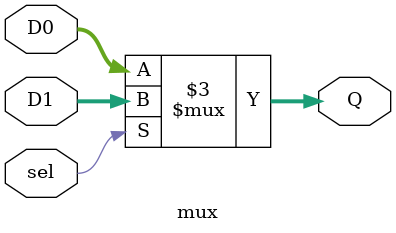
<source format=v>
module mux (
    input sel,
    input [15:0] D0,
    input [15:0] D1,
    output reg [15:0] Q
);
    always @(D0 or D1 or sel) begin
        if (sel) begin
            Q <= D1;
        end else begin
            Q <= D0;
        end
    end  
endmodule
</source>
